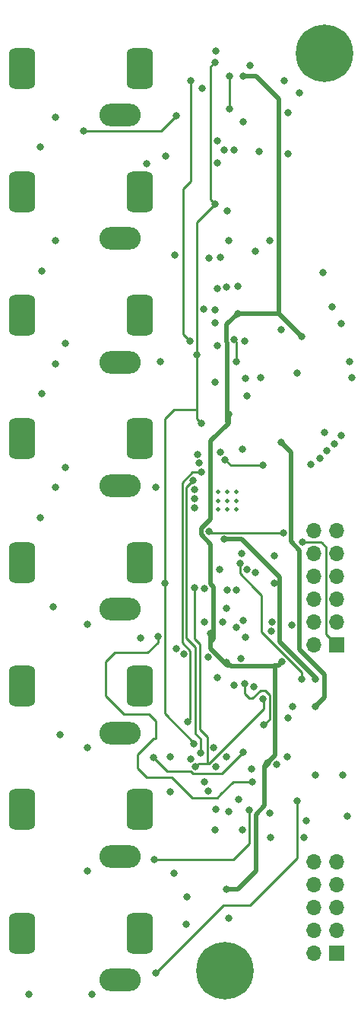
<source format=gbr>
%TF.GenerationSoftware,KiCad,Pcbnew,(6.0.6)*%
%TF.CreationDate,2022-08-14T16:56:23+02:00*%
%TF.ProjectId,eurorack-pmod-pcb,6575726f-7261-4636-9b2d-706d6f642d70,rev?*%
%TF.SameCoordinates,Original*%
%TF.FileFunction,Copper,L2,Inr*%
%TF.FilePolarity,Positive*%
%FSLAX46Y46*%
G04 Gerber Fmt 4.6, Leading zero omitted, Abs format (unit mm)*
G04 Created by KiCad (PCBNEW (6.0.6)) date 2022-08-14 16:56:23*
%MOMM*%
%LPD*%
G01*
G04 APERTURE LIST*
G04 Aperture macros list*
%AMRoundRect*
0 Rectangle with rounded corners*
0 $1 Rounding radius*
0 $2 $3 $4 $5 $6 $7 $8 $9 X,Y pos of 4 corners*
0 Add a 4 corners polygon primitive as box body*
4,1,4,$2,$3,$4,$5,$6,$7,$8,$9,$2,$3,0*
0 Add four circle primitives for the rounded corners*
1,1,$1+$1,$2,$3*
1,1,$1+$1,$4,$5*
1,1,$1+$1,$6,$7*
1,1,$1+$1,$8,$9*
0 Add four rect primitives between the rounded corners*
20,1,$1+$1,$2,$3,$4,$5,0*
20,1,$1+$1,$4,$5,$6,$7,0*
20,1,$1+$1,$6,$7,$8,$9,0*
20,1,$1+$1,$8,$9,$2,$3,0*%
G04 Aperture macros list end*
%TA.AperFunction,ComponentPad*%
%ADD10C,0.500000*%
%TD*%
%TA.AperFunction,ComponentPad*%
%ADD11RoundRect,0.725000X-0.725000X1.575000X-0.725000X-1.575000X0.725000X-1.575000X0.725000X1.575000X0*%
%TD*%
%TA.AperFunction,ComponentPad*%
%ADD12O,4.600000X2.500000*%
%TD*%
%TA.AperFunction,ComponentPad*%
%ADD13C,0.800000*%
%TD*%
%TA.AperFunction,ComponentPad*%
%ADD14C,6.400000*%
%TD*%
%TA.AperFunction,ComponentPad*%
%ADD15R,1.700000X1.700000*%
%TD*%
%TA.AperFunction,ComponentPad*%
%ADD16O,1.700000X1.700000*%
%TD*%
%TA.AperFunction,ViaPad*%
%ADD17C,0.800000*%
%TD*%
%TA.AperFunction,Conductor*%
%ADD18C,0.508000*%
%TD*%
%TA.AperFunction,Conductor*%
%ADD19C,0.250000*%
%TD*%
%TA.AperFunction,Conductor*%
%ADD20C,0.254000*%
%TD*%
G04 APERTURE END LIST*
D10*
%TO.N,GND*%
%TO.C,U3*%
X3925000Y-53840000D03*
X4925000Y-54840000D03*
X5925000Y-53840000D03*
X5925000Y-52840000D03*
X4925000Y-52840000D03*
X3925000Y-54840000D03*
X4925000Y-53840000D03*
X5925000Y-54840000D03*
X3925000Y-52840000D03*
%TD*%
D11*
%TO.N,GND*%
%TO.C,J6*%
X-17970000Y-46964776D03*
%TO.N,Net-(J6-PadT)*%
X-4770000Y-46964776D03*
D12*
%TO.N,GND*%
X-6970000Y-52164776D03*
%TD*%
D13*
%TO.N,N/C*%
%TO.C,REF\u002A\u002A*%
X17445056Y-5761056D03*
X14050944Y-5761056D03*
X18148000Y-4064000D03*
D14*
X15748000Y-4064000D03*
D13*
X17445056Y-2366944D03*
X13348000Y-4064000D03*
X14050944Y-2366944D03*
X15748000Y-1664000D03*
X15748000Y-6464000D03*
%TD*%
D15*
%TO.N,Net-(D2-Pad1)*%
%TO.C,J1*%
X17145000Y-104135000D03*
D16*
X14605000Y-104135000D03*
%TO.N,GND*%
X17145000Y-101595000D03*
X14605000Y-101595000D03*
X17145000Y-99055000D03*
X14605000Y-99055000D03*
X17145000Y-96515000D03*
X14605000Y-96515000D03*
%TO.N,Net-(D1-Pad2)*%
X17145000Y-93975000D03*
X14605000Y-93975000D03*
%TD*%
D11*
%TO.N,GND*%
%TO.C,J3*%
X-17970000Y-5735611D03*
%TO.N,Net-(J3-PadT)*%
X-4770000Y-5735611D03*
D12*
%TO.N,GND*%
X-6970000Y-10935611D03*
%TD*%
D11*
%TO.N,GND*%
%TO.C,J7*%
X-17970000Y-60707831D03*
%TO.N,Net-(J7-PadT)*%
X-4770000Y-60707831D03*
D12*
%TO.N,unconnected-(J7-PadTN)*%
X-6970000Y-65907831D03*
%TD*%
D11*
%TO.N,GND*%
%TO.C,J4*%
X-17970000Y-19478666D03*
%TO.N,Net-(J4-PadT)*%
X-4770000Y-19478666D03*
D12*
%TO.N,GND*%
X-6970000Y-24678666D03*
%TD*%
D11*
%TO.N,GND*%
%TO.C,J10*%
X-17970000Y-101937000D03*
%TO.N,Net-(J10-PadT)*%
X-4770000Y-101937000D03*
D12*
%TO.N,unconnected-(J10-PadTN)*%
X-6970000Y-107137000D03*
%TD*%
D11*
%TO.N,GND*%
%TO.C,J5*%
X-17970000Y-33221721D03*
%TO.N,Net-(J5-PadT)*%
X-4770000Y-33221721D03*
D12*
%TO.N,GND*%
X-6970000Y-38421721D03*
%TD*%
D13*
%TO.N,N/C*%
%TO.C,REF\u002A\u002A*%
X4673600Y-108521200D03*
X6370656Y-107818256D03*
X2976544Y-107818256D03*
D14*
X4673600Y-106121200D03*
D13*
X4673600Y-103721200D03*
X2273600Y-106121200D03*
X2976544Y-104424144D03*
X6370656Y-104424144D03*
X7073600Y-106121200D03*
%TD*%
D11*
%TO.N,GND*%
%TO.C,J9*%
X-17970000Y-88193941D03*
%TO.N,Net-(J9-PadT)*%
X-4770000Y-88193941D03*
D12*
%TO.N,unconnected-(J9-PadTN)*%
X-6970000Y-93393941D03*
%TD*%
D15*
%TO.N,/SDIN1*%
%TO.C,J2*%
X17145000Y-69850000D03*
D16*
%TO.N,/SCL*%
X14605000Y-69850000D03*
%TO.N,/SDOUT1*%
X17145000Y-67310000D03*
%TO.N,/SDA*%
X14605000Y-67310000D03*
%TO.N,/LRCK*%
X17145000Y-64770000D03*
%TO.N,/PDN*%
X14605000Y-64770000D03*
%TO.N,/BICK*%
X17145000Y-62230000D03*
%TO.N,/MCLK*%
X14605000Y-62230000D03*
%TO.N,GND*%
X17145000Y-59690000D03*
X14605000Y-59690000D03*
%TO.N,Net-(J2-Pad11)*%
X17145000Y-57150000D03*
X14605000Y-57150000D03*
%TD*%
D11*
%TO.N,GND*%
%TO.C,J8*%
X-17970000Y-74450886D03*
%TO.N,Net-(J8-PadT)*%
X-4770000Y-74450886D03*
D12*
%TO.N,unconnected-(J8-PadTN)*%
X-6970000Y-79650886D03*
%TD*%
D17*
%TO.N,GND*%
X-14224000Y-11176000D03*
X5080000Y-88392000D03*
X18288000Y-88900000D03*
X12192000Y-76708000D03*
X-14224000Y-52324000D03*
X18796000Y-40132000D03*
X12700000Y-39624000D03*
X330200Y-100914200D03*
X-10668000Y-67564000D03*
X9652000Y-24892000D03*
X6604000Y-90424000D03*
X-14224000Y-24892000D03*
X5080000Y-24892000D03*
X-14224000Y-38608000D03*
X-10668000Y-81280000D03*
X15748000Y-46228000D03*
X3556000Y-90424000D03*
X4064000Y-61468000D03*
X14732000Y-84328000D03*
X14224000Y-49784000D03*
X431800Y-97866200D03*
X-733318Y-70289739D03*
X9830704Y-68328994D03*
X17780000Y-84328000D03*
X-10668000Y-94996000D03*
X8035679Y-61794813D03*
X3556000Y-40640000D03*
X8636000Y-40132000D03*
X4139200Y-48416091D03*
X-10160000Y-108712000D03*
X11684000Y-15240000D03*
X6604000Y-48133000D03*
%TO.N,+3.3VA*%
X14732000Y-76708000D03*
X10922000Y-47371000D03*
%TO.N,VDD*%
X4572000Y-58128500D03*
X10160000Y-62992000D03*
X14732000Y-73660000D03*
%TO.N,Net-(C33-Pad1)*%
X-1016000Y-95250000D03*
X6241340Y-87021939D03*
%TO.N,+12V*%
X11044701Y-71759299D03*
X4879818Y-71785734D03*
X13208937Y-35561373D03*
X6678500Y-6604000D03*
X3048000Y-68580000D03*
X4863002Y-97014500D03*
X9431135Y-83003391D03*
X5080000Y-44196000D03*
X6096000Y-33020000D03*
%TO.N,-12V*%
X11684000Y-10668000D03*
X9652000Y-88554500D03*
X5733318Y-74324310D03*
X6096000Y-29972000D03*
X13716000Y-89408000D03*
X5080000Y-100276593D03*
X7112000Y-42164000D03*
X6678500Y-11684000D03*
%TO.N,Net-(C33-Pad2)*%
X-3175000Y-93726000D03*
X7370299Y-88269299D03*
%TO.N,Net-(D3-Pad1)*%
X-762000Y-11049000D03*
X-11049000Y-12700000D03*
%TO.N,Net-(D7-Pad2)*%
X889000Y-82550000D03*
X-14478000Y-65659000D03*
%TO.N,/SDIN1*%
X11176000Y-57404000D03*
X13335000Y-58420000D03*
X2921000Y-57277000D03*
%TO.N,/SCL*%
X1270000Y-53594000D03*
X7091117Y-61468000D03*
X12128500Y-67691000D03*
%TO.N,/SDOUT1*%
X13208000Y-73660000D03*
X6326572Y-60805765D03*
%TO.N,/SDA*%
X6514500Y-59713204D03*
X1265701Y-54614299D03*
%TO.N,/LRCK*%
X10155046Y-59927835D03*
%TO.N,/PDN*%
X4699000Y-49276000D03*
X8890000Y-49911000D03*
X1262712Y-52594524D03*
%TO.N,Net-(C34-Pad1)*%
X4826000Y-65786000D03*
X5916340Y-67956372D03*
X7859111Y-74526391D03*
%TO.N,Net-(D5-Pad1)*%
X-1905000Y-15494000D03*
X-13081000Y-36322000D03*
%TO.N,Net-(C34-Pad2)*%
X1392701Y-83443299D03*
X8927500Y-75872067D03*
X1288115Y-63559201D03*
%TO.N,Net-(D9-Pad2)*%
X-1397000Y-86233000D03*
X2794000Y-86106000D03*
%TO.N,/-VCOM*%
X3556000Y-5080000D03*
X3544858Y-20816544D03*
X-2032000Y-62992000D03*
X1524000Y-37592000D03*
X1218000Y-80854846D03*
X2032000Y-45212000D03*
%TO.N,/dual_mono_inputs1/IN1_3V*%
X15240000Y-49149000D03*
X16637000Y-32258000D03*
%TO.N,Net-(C35-Pad2)*%
X12700000Y-87249000D03*
X-2997200Y-106324400D03*
%TO.N,Net-(D6-Pad1)*%
X-4064000Y-16383000D03*
X-13081000Y-50165000D03*
%TO.N,/dual_mono_inputs1/IN2_3V*%
X17653000Y-34163000D03*
X16002000Y-48260000D03*
%TO.N,/dual_mono_inputs2/IN1_3V*%
X15621000Y-28448000D03*
X16891000Y-47498000D03*
%TO.N,Net-(RN3-Pad5)*%
X5715000Y-35941000D03*
X5961496Y-38347854D03*
%TO.N,/dual_mono_inputs2/IN2_3V*%
X17653000Y-46609000D03*
X18542000Y-38354000D03*
%TO.N,/dual_mono_outputs1/OUT1*%
X4903900Y-63754247D03*
X1616345Y-48670657D03*
%TO.N,Net-(C20-Pad1)*%
X889000Y-7112000D03*
X762000Y-36068000D03*
%TO.N,/dual_mono_outputs1/OUT2*%
X5969000Y-63754000D03*
X1778000Y-49657000D03*
%TO.N,Net-(C20-Pad2)*%
X12954000Y-8509000D03*
X7493000Y-5461000D03*
X3543000Y-34023000D03*
X3803200Y-36614250D03*
%TO.N,Net-(D10-Pad2)*%
X-17145000Y-108712000D03*
X3683000Y-88138000D03*
%TO.N,/dual_mono_outputs2/OUT1*%
X545500Y-78381715D03*
X2032000Y-50673000D03*
X3410712Y-81284200D03*
%TO.N,/dual_mono_outputs2/OUT2*%
X1152613Y-51601104D03*
X4876922Y-82338324D03*
X1942500Y-81915000D03*
%TO.N,Net-(C21-Pad2)*%
X11303000Y-7112000D03*
X-15875000Y-14478000D03*
%TO.N,Net-(C22-Pad1)*%
X3556000Y-32639000D03*
X6841503Y-36068000D03*
X6985000Y-40259000D03*
%TO.N,Net-(C22-Pad2)*%
X10922000Y-34798000D03*
X3683000Y-3810000D03*
%TO.N,Net-(C23-Pad1)*%
X5207000Y-10287000D03*
X5207000Y-6604000D03*
%TO.N,Net-(C23-Pad2)*%
X-15748000Y-28321000D03*
X2159000Y-8001000D03*
%TO.N,Net-(C24-Pad1)*%
X-889000Y-26543000D03*
X8052000Y-26086000D03*
%TO.N,Net-(C25-Pad1)*%
X-2540000Y-38354000D03*
X3810000Y-13843000D03*
%TO.N,Net-(C25-Pad2)*%
X-15748000Y-41910000D03*
X4572000Y-14807000D03*
%TO.N,Net-(D8-Pad2)*%
X2413000Y-85090000D03*
X-13716000Y-79883000D03*
%TO.N,Net-(C26-Pad1)*%
X2864000Y-26867000D03*
X2286000Y-32512000D03*
%TO.N,Net-(C26-Pad2)*%
X4191000Y-26797000D03*
X3836543Y-30240351D03*
%TO.N,Net-(C27-Pad1)*%
X3810000Y-16256000D03*
X-3048000Y-52324000D03*
%TO.N,Net-(C27-Pad2)*%
X5686614Y-14847178D03*
X8509000Y-14986000D03*
X-15875000Y-55753000D03*
%TO.N,Net-(C28-Pad1)*%
X2413000Y-67305500D03*
X6940938Y-68980970D03*
%TO.N,Net-(C29-Pad1)*%
X7747000Y-85090000D03*
X-2794000Y-68961000D03*
%TO.N,Net-(C29-Pad2)*%
X11620718Y-82302654D03*
X13462000Y-91313000D03*
X-4699000Y-69088000D03*
X9779000Y-91313000D03*
%TO.N,Net-(C30-Pad2)*%
X2413000Y-63627000D03*
X95999Y-70867094D03*
X2794000Y-71247000D03*
%TO.N,Net-(RN9-Pad5)*%
X4826000Y-30099000D03*
X4910676Y-21640922D03*
%TO.N,Net-(C31-Pad1)*%
X3688988Y-83417508D03*
X-1397000Y-82296000D03*
%TO.N,Net-(C31-Pad2)*%
X-3302000Y-82423000D03*
X6731000Y-81788000D03*
%TO.N,Net-(C32-Pad1)*%
X3810000Y-73533000D03*
X4445000Y-67310000D03*
%TO.N,Net-(RN10-Pad7)*%
X10414000Y-83185000D03*
X6477000Y-71374000D03*
X9017000Y-78798500D03*
X6858000Y-74168000D03*
%TO.N,Net-(RN10-Pad5)*%
X11684000Y-77978000D03*
X7620000Y-83693000D03*
X9906000Y-67310000D03*
X6731000Y-67183000D03*
%TD*%
D18*
%TO.N,+3.3VA*%
X12982000Y-59345032D02*
X12029500Y-58392532D01*
X12029500Y-58392532D02*
X12029500Y-48478500D01*
X12029500Y-48478500D02*
X10922000Y-47371000D01*
X12982000Y-70386000D02*
X12982000Y-59345032D01*
X14732000Y-76708000D02*
X15748000Y-75692000D01*
X15748000Y-73152000D02*
X12982000Y-70386000D01*
X15748000Y-75692000D02*
X15748000Y-73152000D01*
%TO.N,VDD*%
X14732000Y-73476876D02*
X10759500Y-69504376D01*
X10759500Y-69504376D02*
X10759500Y-62321500D01*
X14732000Y-73660000D02*
X14732000Y-73476876D01*
X10759500Y-62321500D02*
X6566500Y-58128500D01*
X6566500Y-58128500D02*
X4572000Y-58128500D01*
%TO.N,+12V*%
X10668000Y-72136000D02*
X11044701Y-71759299D01*
X10160000Y-72136000D02*
X10068500Y-72227500D01*
X8128000Y-94996000D02*
X6096000Y-97028000D01*
X3048000Y-69596000D02*
X3048000Y-68580000D01*
X4876502Y-97028000D02*
X4863002Y-97014500D01*
X10668000Y-9144000D02*
X8128000Y-6604000D01*
X4861500Y-34254500D02*
X6096000Y-33020000D01*
X6096000Y-97028000D02*
X4876502Y-97028000D01*
X10230501Y-82161467D02*
X10230501Y-72206501D01*
X8128000Y-6604000D02*
X6678500Y-6604000D01*
X4890032Y-72136000D02*
X3048000Y-70293968D01*
X10160000Y-72136000D02*
X10668000Y-72136000D01*
X3048000Y-70293968D02*
X3048000Y-69596000D01*
X4917500Y-36258966D02*
X4861500Y-36202966D01*
X9087396Y-87750636D02*
X8128000Y-88710032D01*
X4861500Y-36202966D02*
X4861500Y-34254500D01*
X3104499Y-63125551D02*
X3104499Y-58667531D01*
X3104499Y-55886469D02*
X3104499Y-47187501D01*
X5230084Y-72136000D02*
X4879818Y-71785734D01*
X3104499Y-58667531D02*
X2067500Y-57630532D01*
X10668000Y-33020000D02*
X10668000Y-9144000D01*
X9087396Y-83500794D02*
X9087396Y-83304572D01*
X3447343Y-63468395D02*
X3104499Y-63125551D01*
X5080000Y-45212000D02*
X5080000Y-44196000D01*
X9087396Y-83304572D02*
X10230501Y-82161467D01*
X2067500Y-56923468D02*
X3104499Y-55886469D01*
X5230084Y-72136000D02*
X4890032Y-72136000D01*
X10068500Y-72227500D02*
X5321584Y-72227500D01*
X6096000Y-33020000D02*
X10668000Y-33020000D01*
X3048000Y-69596000D02*
X3447343Y-69196657D01*
X10668000Y-33020000D02*
X13208937Y-35560937D01*
X5080000Y-45212000D02*
X4917500Y-45049500D01*
X9431135Y-83157055D02*
X9431135Y-83003391D01*
X3104499Y-47187501D02*
X5080000Y-45212000D01*
X3447343Y-69196657D02*
X3447343Y-63468395D01*
X13208937Y-35560937D02*
X13208937Y-35561373D01*
X9087396Y-83500794D02*
X9087396Y-87750636D01*
X9087396Y-83500794D02*
X9431135Y-83157055D01*
X8128000Y-88710032D02*
X8128000Y-94996000D01*
X5321584Y-72227500D02*
X5230084Y-72136000D01*
X2067500Y-57630532D02*
X2067500Y-56923468D01*
X4917500Y-45049500D02*
X4917500Y-36258966D01*
X10230501Y-72206501D02*
X10160000Y-72136000D01*
D19*
%TO.N,Net-(C33-Pad2)*%
X-3175000Y-93726000D02*
X5588000Y-93726000D01*
X5588000Y-93726000D02*
X7370299Y-91943701D01*
X7370299Y-91943701D02*
X7370299Y-88269299D01*
%TO.N,Net-(D3-Pad1)*%
X-11049000Y-12700000D02*
X-2413000Y-12700000D01*
X-2413000Y-12700000D02*
X-762000Y-11049000D01*
%TO.N,/SDIN1*%
X15494000Y-58547000D02*
X15367000Y-58420000D01*
X17145000Y-69850000D02*
X15970000Y-68675000D01*
X15970000Y-59023000D02*
X15494000Y-58547000D01*
X3048000Y-57404000D02*
X2921000Y-57277000D01*
X15367000Y-58420000D02*
X13335000Y-58420000D01*
X15970000Y-68675000D02*
X15970000Y-59023000D01*
X11176000Y-57404000D02*
X3048000Y-57404000D01*
%TO.N,/SDOUT1*%
X6326572Y-60805765D02*
X6326572Y-61952572D01*
X8763000Y-68453000D02*
X12827000Y-72517000D01*
X13208000Y-72898000D02*
X13208000Y-73660000D01*
X7874000Y-63500000D02*
X8763000Y-64389000D01*
X8763000Y-68326000D02*
X8763000Y-68453000D01*
X6326572Y-61952572D02*
X7874000Y-63500000D01*
X8763000Y-64389000D02*
X8763000Y-68326000D01*
X12827000Y-72517000D02*
X13208000Y-72898000D01*
D20*
%TO.N,/PDN*%
X5334000Y-49911000D02*
X4699000Y-49276000D01*
X8890000Y-49911000D02*
X5334000Y-49911000D01*
D19*
%TO.N,Net-(C34-Pad2)*%
X2921000Y-83058000D02*
X2756500Y-82893500D01*
X2756500Y-81614902D02*
X2686212Y-81544614D01*
X9017000Y-76962000D02*
X9017000Y-75961567D01*
X2756500Y-82893500D02*
X2756500Y-81614902D01*
X1846501Y-79307189D02*
X1846501Y-69790811D01*
X2921000Y-83058000D02*
X9017000Y-76962000D01*
X2686212Y-80146900D02*
X1846501Y-79307189D01*
X1288115Y-69232425D02*
X1288115Y-63559201D01*
X1846501Y-69790811D02*
X1288115Y-69232425D01*
X2921000Y-83058000D02*
X1778000Y-83058000D01*
X1778000Y-83058000D02*
X1392701Y-83443299D01*
X2686212Y-81544614D02*
X2686212Y-80146900D01*
X9017000Y-75961567D02*
X8927500Y-75872067D01*
D20*
%TO.N,/-VCOM*%
X1524000Y-43688000D02*
X1524000Y-38100000D01*
X1524000Y-37592000D02*
X1524000Y-22837402D01*
X-2032000Y-44704000D02*
X-2032000Y-48260000D01*
X1218000Y-80765346D02*
X1218000Y-80854846D01*
X1524000Y-44704000D02*
X1524000Y-43688000D01*
X-2032000Y-48260000D02*
X-2032000Y-62992000D01*
X1524000Y-43688000D02*
X-1016000Y-43688000D01*
X1524000Y-22837402D02*
X3544858Y-20816544D01*
X-2032000Y-62992000D02*
X-2032000Y-77515346D01*
X3083500Y-20355186D02*
X3544858Y-20816544D01*
X1524000Y-38100000D02*
X1524000Y-37592000D01*
X3083500Y-5552500D02*
X3083500Y-20355186D01*
X-1016000Y-43688000D02*
X-2032000Y-44704000D01*
X2032000Y-45212000D02*
X1524000Y-44704000D01*
X-2032000Y-77515346D02*
X1218000Y-80765346D01*
X3556000Y-5080000D02*
X3083500Y-5552500D01*
D19*
%TO.N,Net-(C35-Pad2)*%
X7493000Y-98806000D02*
X4521200Y-98806000D01*
X12700000Y-87249000D02*
X12700000Y-93599000D01*
X4521200Y-98806000D02*
X-2997200Y-106324400D01*
X12700000Y-93599000D02*
X7493000Y-98806000D01*
%TO.N,Net-(RN3-Pad5)*%
X5715000Y-35941000D02*
X5961496Y-36187496D01*
X5961496Y-36187496D02*
X5961496Y-38347854D01*
%TO.N,Net-(C20-Pad1)*%
X0Y-19177000D02*
X0Y-35306000D01*
X889000Y-7112000D02*
X889000Y-18288000D01*
X889000Y-18288000D02*
X0Y-19177000D01*
X0Y-35306000D02*
X762000Y-36068000D01*
%TO.N,/dual_mono_outputs2/OUT1*%
X2032000Y-50673000D02*
X1056119Y-50673000D01*
X-68501Y-69655189D02*
X820499Y-70544189D01*
X820499Y-70544189D02*
X820499Y-78106716D01*
X-68501Y-51797620D02*
X-68501Y-69655189D01*
X1056119Y-50673000D02*
X-68501Y-51797620D01*
X820499Y-78106716D02*
X545500Y-78381715D01*
%TO.N,/dual_mono_outputs2/OUT2*%
X1942500Y-80301500D02*
X1942500Y-81915000D01*
X381000Y-69088000D02*
X1397000Y-70104000D01*
X1397000Y-70104000D02*
X1397000Y-79756000D01*
X1397000Y-79756000D02*
X1942500Y-80301500D01*
X1152613Y-51601104D02*
X381000Y-52372717D01*
X381000Y-52372717D02*
X381000Y-69088000D01*
%TO.N,Net-(C23-Pad1)*%
X5207000Y-6604000D02*
X5207000Y-10287000D01*
%TO.N,Net-(C29-Pad1)*%
X-3937000Y-70739000D02*
X-2794000Y-69596000D01*
X-6604000Y-77597000D02*
X-8636000Y-75565000D01*
X-3048000Y-80264000D02*
X-3048000Y-78359000D01*
X-3810000Y-77597000D02*
X-5334000Y-77597000D01*
X-3302000Y-78105000D02*
X-3810000Y-77597000D01*
X1397000Y-86868000D02*
X1016000Y-86868000D01*
X-5080000Y-82042000D02*
X-3302000Y-80264000D01*
X-3302000Y-80264000D02*
X-3048000Y-80264000D01*
X-5334000Y-77597000D02*
X-6604000Y-77597000D01*
X5588000Y-85090000D02*
X4191000Y-86487000D01*
X-7620000Y-70739000D02*
X-3937000Y-70739000D01*
X-2794000Y-69596000D02*
X-2794000Y-68961000D01*
X-8636000Y-75565000D02*
X-8636000Y-71755000D01*
X-1270000Y-84582000D02*
X-4064000Y-84582000D01*
X-8636000Y-71755000D02*
X-8255000Y-71374000D01*
X7747000Y-85090000D02*
X5588000Y-85090000D01*
X1016000Y-86868000D02*
X-762000Y-85090000D01*
X-4064000Y-84582000D02*
X-5080000Y-83566000D01*
X-5080000Y-83566000D02*
X-5080000Y-82042000D01*
X4191000Y-86487000D02*
X3810000Y-86868000D01*
X-762000Y-85090000D02*
X-1270000Y-84582000D01*
X-3048000Y-78359000D02*
X-3302000Y-78105000D01*
X-8255000Y-71374000D02*
X-7620000Y-70739000D01*
X3810000Y-86868000D02*
X1397000Y-86868000D01*
%TO.N,Net-(C31-Pad2)*%
X-1778000Y-83947000D02*
X871804Y-83947000D01*
X-3302000Y-82423000D02*
X-1778000Y-83947000D01*
X4351201Y-84167799D02*
X6731000Y-81788000D01*
X871804Y-83947000D02*
X1092603Y-84167799D01*
X1092603Y-84167799D02*
X4351201Y-84167799D01*
%TO.N,Net-(RN10-Pad7)*%
X9652000Y-77216000D02*
X9652000Y-78163500D01*
X6858000Y-74168000D02*
X6858000Y-75311000D01*
X7747000Y-75819000D02*
X8636000Y-74930000D01*
X9398000Y-75184000D02*
X9652000Y-75438000D01*
X9652000Y-78163500D02*
X9017000Y-78798500D01*
X7366000Y-75819000D02*
X7747000Y-75819000D01*
X9144000Y-74930000D02*
X9398000Y-75184000D01*
X9652000Y-75438000D02*
X9652000Y-77216000D01*
X6858000Y-75311000D02*
X7366000Y-75819000D01*
X8636000Y-74930000D02*
X9144000Y-74930000D01*
%TD*%
M02*

</source>
